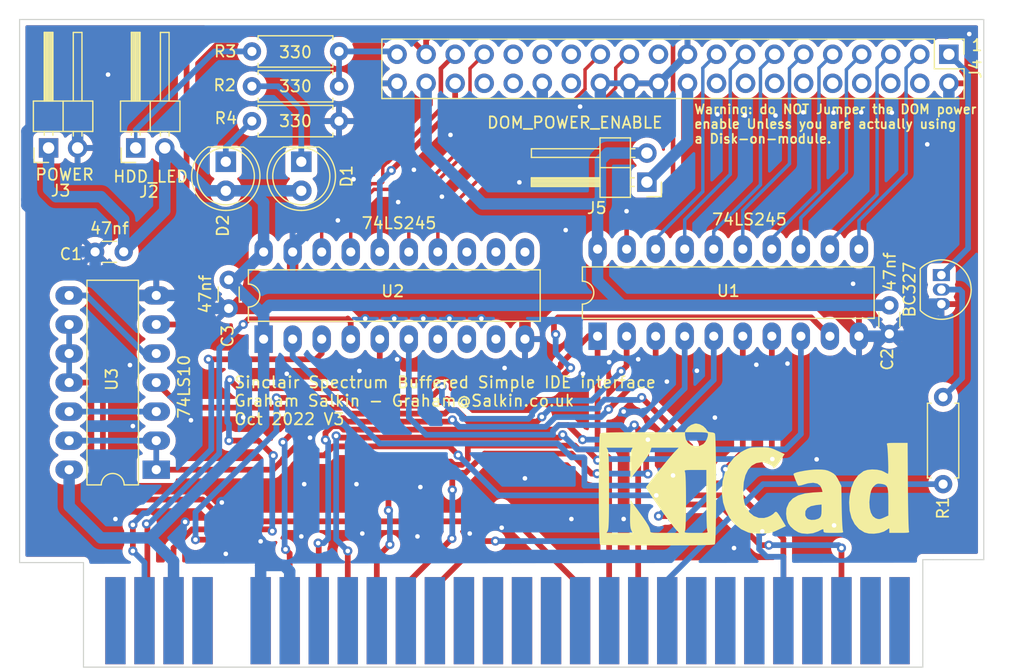
<source format=kicad_pcb>
(kicad_pcb (version 20211014) (generator pcbnew)
  (title_block (title "Spectrum buffered 8 bit IDE interface") (date "29 Setp 2022") (rev "2") (company "Graham Salkin") (comment 1 "V2 - Corrected Address inputs and Buffer CS's"))
  (layers (0 "F.Cu" signal) (31 "B.Cu" signal) (34 "B.Paste" user) (35 "F.Paste" user) (36 "B.SilkS" user "B.Silkscreen") (37 "F.SilkS" user "F.Silkscreen") (38 "B.Mask" user) (39 "F.Mask" user) (44 "Edge.Cuts" user))
  (net 0 "")
  (net 1 "+5V")
  (net 2 "GND")
  (net 3 "Net-(D1-Pad1)")
  (net 5 "Net-(J1-PadB2)")
  (net 18 "Net-(D2-Pad1)")
  (net 22 "Net-(J1-PadB20)")
  (net 28 "Net-(J1-PadU2)")
  (net 29 "Net-(J1-PadU3)")
  (net 31 "Net-(J1-PadU6)")
  (net 32 "Net-(J1-PadU7)")
  (net 33 "Net-(J1-PadU8)")
  (net 34 "Net-(J1-PadU9)")
  (net 35 "Net-(J1-PadU10)")
  (net 36 "Net-(J1-PadU11)")
  (net 37 "Net-(J1-PadU12)")
  (net 42 "Net-(J1-PadU17)")
  (net 43 "Net-(J1-PadU18)")
  (net 44 "Net-(J1-PadU19)")
  (net 49 "Net-(J1-PadU24)")
  (net 51 "Net-(J1-PadB24)")
  (net 54 "Net-(J2-Pad1)")
  (net 55 "Net-(J4-Pad1)")
  (net 56 "/IDE7")
  (net 58 "/IDE6")
  (net 60 "/IDE5")
  (net 62 "/IDE4")
  (net 64 "/IDE3")
  (net 66 "/IDE2")
  (net 68 "/IDE1")
  (net 70 "/IDE0")
  (net 72 "Net-(J4-Pad20)")
  (net 74 "Net-(J4-Pad23)")
  (net 75 "Net-(J4-Pad25)")
  (net 81 "Net-(J4-Pad33)")
  (net 83 "Net-(J4-Pad35)")
  (net 84 "Net-(J4-Pad36)")
  (net 85 "Net-(J4-Pad37)")
  (net 86 "Net-(J4-Pad39)")
  (net 87 "Net-(Q1-Pad2)")
  (net 94 "Net-(U3-Pad12)")
  (net 95 "Net-(U3-Pad5)")
  (net 97 "Net-(J1-PadU26)")
  (footprint "LED_THT:LED_D5.0mm" (layer "F.Cu") (at 110.998 112.771 -90)
    (fp_text reference "D2")
    (fp_text value "LED" hide)
  )
  (footprint "Capacitor_THT:C_Disc_D3.0mm_W1.6mm_P2.50mm" (layer "F.Cu") (at 102.068 120.65 180)
    (fp_text reference "C1")
    (fp_text value "47nf")
  )
  (footprint "Resistor_THT:R_Axial_DIN0207_L6.3mm_D2.5mm_P7.62mm_Horizontal" (layer "F.Cu") (at 113.284 106.172)
    (fp_text reference "R2")
    (fp_text value "330")
  )
  (footprint "Connector_PinHeader_2.54mm:PinHeader_1x02_P2.54mm_Horizontal" (layer "F.Cu") (at 95.499 111.563 90)
    (fp_text reference "J3")
    (fp_text value "POWER")
  )
  (footprint "Resistor_THT:R_Axial_DIN0207_L6.3mm_D2.5mm_P7.62mm_Horizontal" (layer "F.Cu") (at 113.284 103.124)
    (fp_text reference "R3")
    (fp_text value "330")
  )
  (footprint "Package_TO_SOT_THT:TO-92_Inline" (layer "F.Cu") (at 173.588 122.682 -90)
    (fp_text reference "Q1" hide)
    (fp_text value "BC327")
  )
  (footprint "Package_DIP:DIP-20_W7.62mm_LongPads" (layer "F.Cu") (at 114.305 128.285 90)
    (fp_text reference "U2")
    (fp_text value "74LS245")
  )
  (footprint "Connector_PinHeader_2.54mm:PinHeader_2x20_P2.54mm_Vertical" (layer "F.Cu") (at 174.239 103.373 -90)
    (fp_text reference "J4")
    (fp_text value "PATA_40" hide)
  )
  (footprint "Connector_PinHeader_2.54mm:PinHeader_1x02_P2.54mm_Horizontal" (layer "F.Cu") (at 103.119 111.563 90)
    (fp_text reference "J2")
    (fp_text value "HDD_LED")
  )
  (footprint "Spectrum:Speccy_edge_External" (layer "F.Cu") (at 136.906 152.908)
    (fp_text reference "J1" hide)
    (fp_text value "Spectrum 128/Grey +2 edge connector" hide)
  )
  (footprint "Connector_PinHeader_2.54mm:PinHeader_1x02_P2.54mm_Horizontal" (layer "F.Cu") (at 147.828 114.554 180)
    (fp_text reference "J5")
    (fp_text value "DOM_POWER_ENABLE")
  )
  (footprint "Capacitor_THT:C_Disc_D3.0mm_W1.6mm_P2.50mm" (layer "F.Cu") (at 111.252 123.103 -90)
    (fp_text reference "C3")
    (fp_text value "47nf")
  )
  (footprint "Package_DIP:DIP-20_W7.62mm_LongPads" (layer "F.Cu") (at 143.515 128.031 90)
    (fp_text reference "U1")
    (fp_text value "74LS245")
  )
  (footprint "Resistor_THT:R_Axial_DIN0207_L6.3mm_D2.5mm_P7.62mm_Horizontal" (layer "F.Cu") (at 113.284 109.22)
    (fp_text reference "R4")
    (fp_text value "330")
  )
  (footprint "Capacitor_THT:C_Disc_D3.0mm_W1.6mm_P2.50mm" (layer "F.Cu") (at 169.037 125.329 -90)
    (fp_text reference "C2")
    (fp_text value "47nf")
  )
  (footprint "bitmaps:kicad_bitmap" (layer "F.Cu") (at 157.6 140.575)
    (fp_text reference "G***" hide)
    (fp_text value "LOGO" hide)
  )
  (footprint "Resistor_THT:R_Axial_DIN0207_L6.3mm_D2.5mm_P7.62mm_Horizontal" (layer "F.Cu") (at 173.736 140.97 90)
    (fp_text reference "R1")
    (fp_text value "100k")
  )
  (footprint "LED_THT:LED_D5.0mm" (layer "F.Cu") (at 117.602 112.771 -90)
    (fp_text reference "D1")
    (fp_text value "LED" hide)
  )
  (footprint "Package_DIP:DIP-14_W7.62mm_LongPads" (layer "F.Cu") (at 104.917 139.705 180)
    (fp_text reference "U3")
    (fp_text value "74LS10")
  )
  (gr_line (start 92.964 100.33) (end 92.964 147.828) (layer "Edge.Cuts") (width 0.1))
  (gr_line (start 171.958 156.972) (end 171.958 147.574) (layer "Edge.Cuts") (width 0.1))
  (gr_line (start 177.292 147.574) (end 177.292 100.33) (layer "Edge.Cuts") (width 0.1))
  (gr_line (start 177.292 100.33) (end 92.964 100.33) (layer "Edge.Cuts") (width 0.1))
  (gr_line (start 171.958 147.574) (end 173.736 147.574) (layer "Edge.Cuts") (width 0.1))
  (gr_line (start 98.552 156.972) (end 171.958 156.972) (layer "Edge.Cuts") (width 0.1))
  (gr_line (start 98.552 147.828) (end 98.552 156.972) (layer "Edge.Cuts") (width 0.1))
  (gr_line (start 97.028 147.828) (end 98.552 147.828) (layer "Edge.Cuts") (width 0.1))
  (gr_line (start 173.736 147.574) (end 177.292 147.574) (layer "Edge.Cuts") (width 0.1))
  (gr_line (start 92.964 147.828) (end 97.028 147.828) (layer "Edge.Cuts") (width 0.1))
  (gr_text "Sinclair Spectrum Buffered Simple IDE interface\nGraham Salkin - Graham@Salkin.co.uk\nOct 2022 V3 " (at 111.65 133.675) (layer "F.SilkS") (effects (font (size 1 1)) (justify left)))
  (gr_text "1" (at 176.7 102.575) (layer "F.SilkS") (effects (font (size 1 1))))
  (gr_text "Warning: do NOT Jumper the DOM power \nenable Unless you are actually using \na Disk-on-module." (at 151.892 109.474) (layer "F.SilkS") (effects (font (size 0.8 0.8)) (justify left)))
  (segment (start 114.305 116.332) (end 113.284 115.311) (width 1) (layer "B.Cu") (net 1))
  (segment (start 95.499 115.184) (end 95.499 111.563) (width 1) (layer "B.Cu") (net 1))
  (segment (start 128.519 111.501) (end 133.477 116.459) (width 1) (layer "B.Cu") (net 1))
  (segment (start 144.399 112.014) (end 147.828 112.014) (width 1) (layer "B.Cu") (net 1))
  (segment (start 97.297 139.705) (end 97.297 142.89) (width 1) (layer "B.Cu") (net 1))
  (segment (start 104.394 145.669) (end 100.076 145.669) (width 1) (layer "B.Cu") (net 1))
  (segment (start 169.037 125.329) (end 145.649 125.329) (width 1) (layer "B.Cu") (net 1))
  (segment (start 111.252 123.103) (end 111.867 123.103) (width 0.5) (layer "B.Cu") (net 1))
  (segment (start 143.764 112.649) (end 144.399 112.014) (width 1) (layer "B.Cu") (net 1))
  (segment (start 114.305 135.758) (end 104.394 145.669) (width 1) (layer "B.Cu") (net 1))
  (segment (start 114.305 120.665) (end 114.305 116.332) (width 1) (layer "B.Cu") (net 1))
  (segment (start 96.139 115.824) (end 95.499 115.184) (width 1) (layer "B.Cu") (net 1))
  (segment (start 143.764 116.459) (end 143.764 112.649) (width 1) (layer "B.Cu") (net 1))
  (segment (start 143.515 123.195) (end 143.515 120.411) (width 1) (layer "B.Cu") (net 1))
  (segment (start 111.867 123.103) (end 114.305 120.665) (width 1) (layer "B.Cu") (net 1))
  (segment (start 114.305 126.156) (end 114.305 128.285) (width 1) (layer "B.Cu") (net 1))
  (segment (start 100.076 115.824) (end 96.139 115.824) (width 1) (layer "B.Cu") (net 1))
  (segment (start 105.659 117.059) (end 102.068 120.65) (width 1) (layer "B.Cu") (net 1))
  (segment (start 113.284 115.311) (end 117.602 115.311) (width 1) (layer "B.Cu") (net 1))
  (segment (start 114.305 126.156) (end 111.252 123.103) (width 1) (layer "B.Cu") (net 1))
  (segment (start 114.828 125.329) (end 114.305 125.852) (width 1) (layer "B.Cu") (net 1))
  (segment (start 113.284 115.311) (end 109.407 115.311) (width 1) (layer "B.Cu") (net 1))
  (segment (start 105.659 111.563) (end 105.659 117.059) (width 1) (layer "B.Cu") (net 1))
  (segment (start 106.426 152.908) (end 106.426 147.701) (width 1) (layer "B.Cu") (net 1))
  (segment (start 102.068 117.816) (end 100.076 115.824) (width 1) (layer "B.Cu") (net 1))
  (segment (start 114.305 135.758) (end 114.305 128.285) (width 1) (layer "B.Cu") (net 1))
  (segment (start 114.305 125.852) (end 114.305 126.156) (width 0.5) (layer "B.Cu") (net 1))
  (segment (start 106.426 147.701) (end 104.394 145.669) (width 1) (layer "B.Cu") (net 1))
  (segment (start 143.515 116.327) (end 143.515 120.411) (width 1) (layer "B.Cu") (net 1))
  (segment (start 133.477 116.459) (end 143.764 116.459) (width 1) (layer "B.Cu") (net 1))
  (segment (start 102.068 120.65) (end 102.068 117.816) (width 1) (layer "B.Cu") (net 1))
  (segment (start 145.649 125.329) (end 114.828 125.329) (width 1) (layer "B.Cu") (net 1))
  (segment (start 109.407 115.311) (end 105.659 111.563) (width 1) (layer "B.Cu") (net 1))
  (segment (start 100.076 145.669) (end 97.297 142.89) (width 1) (layer "B.Cu") (net 1))
  (segment (start 145.649 125.329) (end 143.515 123.195) (width 1) (layer "B.Cu") (net 1))
  (segment (start 128.519 105.913) (end 128.519 111.501) (width 1) (layer "B.Cu") (net 1))
  (segment (start 137.165 125.852) (end 138.938 124.079) (width 1) (layer "F.Cu") (net 2))
  (segment (start 113.665 125.603) (end 111.252 125.603) (width 1) (layer "F.Cu") (net 2))
  (segment (start 127.45 113.475) (end 127.6 113.475) (width 0.5) (layer "F.Cu") (net 2))
  (segment (start 138.938 124.079) (end 117.348 124.079) (width 1) (layer "F.Cu") (net 2))
  (segment (start 144.526 124.079) (end 144.78 124.079) (width 0.5) (layer "F.Cu") (net 2))
  (segment (start 117.348 124.079) (end 116.586 123.317) (width 1) (layer "F.Cu") (net 2))
  (segment (start 101.2 141.37) (end 101.2 125.875) (width 1) (layer "F.Cu") (net 2))
  (segment (start 102.61 124.465) (end 104.917 124.465) (width 1) (layer "F.Cu") (net 2))
  (segment (start 116.845 120.665) (end 116.845 122.423) (width 1) (layer "F.Cu") (net 2))
  (segment (start 116.586 123.317) (end 116.586 122.682) (width 0.5) (layer "F.Cu") (net 2))
  (segment (start 116.586 122.682) (end 116.845 122.423) (width 0.5) (layer "F.Cu") (net 2))
  (segment (start 110.65 142.575) (end 110.571 142.575) (width 1) (layer "F.Cu") (net 2))
  (segment (start 101.2 125.875) (end 102.61 124.465) (width 1) (layer "F.Cu") (net 2))
  (segment (start 109.366 141.37) (end 101.2 141.37) (width 1) (layer "F.Cu") (net 2))
  (segment (start 110.571 142.575) (end 109.366 141.37) (width 1) (layer "F.Cu") (net 2))
  (segment (start 166.375 128.031) (end 166.375 127.894) (width 0.5) (layer "F.Cu") (net 2))
  (segment (start 138.938 124.079) (end 144.526 124.079) (width 1) (layer "F.Cu") (net 2))
  (segment (start 137.165 128.285) (end 137.165 125.852) (width 1) (layer "F.Cu") (net 2))
  (segment (start 162.56 124.079) (end 144.526 124.079) (width 1) (layer "F.Cu") (net 2))
  (segment (start 127.6 113.475) (end 130.65 110.425) (width 1) (layer "F.Cu") (net 2))
  (segment (start 166.375 127.894) (end 162.56 124.079) (width 1) (layer "F.Cu") (net 2))
  (segment (start 116.845 122.423) (end 113.665 125.603) (width 1) (layer "F.Cu") (net 2))
  (via (at 164.15 108.475) (size 0.8) (drill 0.4) (layers "F.Cu" "B.Cu") (net 2))
  (via (at 114.046 145.971) (size 0.8) (drill 0.4) (layers "F.Cu" "B.Cu") (net 2))
  (via (at 144.526 130.302) (size 0.8) (drill 0.4) (layers "F.Cu" "B.Cu") (net 2))
  (via (at 116.332 131.318) (size 0.8) (drill 0.4) (layers "F.Cu" "B.Cu") (net 2))
  (via (at 128.016 141.224) (size 0.8) (drill 0.4) (layers "F.Cu" "B.Cu") (net 2))
  (via (at 122.428 140.97) (size 0.8) (drill 0.4) (layers "F.Cu" "B.Cu") (net 2))
  (via (at 135.382 130.81) (size 0.8) (drill 0.4) (layers "F.Cu" "B.Cu") (net 2))
  (via (at 145.796 144.018) (size 0.8) (drill 0.4) (layers "F.Cu" "B.Cu") (net 2))
  (via (at 100.7 105.15) (size 0.8) (drill 0.4) (layers "F.Cu" "B.Cu") (net 2))
  (via (at 165.862 123.444) (size 0.8) (drill 0.4) (layers "F.Cu" "B.Cu") (net 2))
  (via (at 146.05 117.094) (size 0.8) (drill 0.4) (layers "F.Cu" "B.Cu") (net 2))
  (via (at 123.19 126.492) (size 0.8) (drill 0.4) (layers "F.Cu" "B.Cu") (net 2))
  (via (at 110.998 147.066) (size 0.8) (drill 0.4) (layers "F.Cu" "B.Cu") (net 2))
  (via (at 154 108.625) (size 0.8) (drill 0.4) (layers "F.Cu" "B.Cu") (net 2))
  (via (at 176.022 101.6) (size 0.8) (drill 0.4) (layers "F.Cu" "B.Cu") (net 2))
  (via (at 126.075 116.3) (size 0.8) (drill 0.4) (layers "F.Cu" "B.Cu") (net 2))
  (via (at 141.986 107.95) (size 0.8) (drill 0.4) (layers "F.Cu" "B.Cu") (net 2))
  (via (at 101.346 144.018) (size 0.8) (drill 0.4) (layers "F.Cu" "B.Cu") (net 2))
  (via (at 161.5 108.45) (size 0.8) (drill 0.4) (layers "F.Cu" "B.Cu") (net 2))
  (via (at 127.45 113.475) (size 0.8) (drill 0.4) (layers "F.Cu" "B.Cu") (net 2))
  (via (at 157.4 130.525) (size 0.8) (drill 0.4) (layers "F.Cu" "B.Cu") (net 2))
  (via (at 110.65 142.575) (size 0.8) (drill 0.4) (layers "F.Cu" "B.Cu") (net 2))
  (via (at 156.4 108.725) (size 0.8) (drill 0.4) (layers "F.Cu" "B.Cu") (net 2))
  (via (at 164.2 144.575) (size 0.8) (drill 0.4) (layers "F.Cu" "B.Cu") (net 2))
  (via (at 125.984 130.048) (size 0.8) (drill 0.4) (layers "F.Cu" "B.Cu") (net 2))
  (via (at 133.35 126.492) (size 0.8) (drill 0.4) (layers "F.Cu" "B.Cu") (net 2))
  (via (at 159.075 108.725) (size 0.8) (drill 0.4) (layers "F.Cu" "B.Cu") (net 2))
  (via (at 145.796 134.62) (size 0.8) (drill 0.4) (layers "F.Cu" "B.Cu") (net 2))
  (via (at 122.174 114.3) (size 0.8) (drill 0.4) (layers "F.Cu" "B.Cu") (net 2))
  (via (at 130.556 126.492) (size 0.8) (drill 0.4) (layers "F.Cu" "B.Cu") (net 2))
  (via (at 132.334 145.288) (size 0.8) (drill 0.4) (layers "F.Cu" "B.Cu") (net 2))
  (via (at 117.602 145.542) (size 0.8) (drill 0.4) (layers "F.Cu" "B.Cu") (net 2))
  (via (at 140.725 118.75) (size 0.8) (drill 0.4) (layers "F.Cu" "B.Cu") (net 2))
  (via (at 142.24 131.318) (size 0.8) (drill 0.4) (layers "F.Cu" "B.Cu") (net 2))
  (via (at 102.616 130.556) (size 0.8) (drill 0.4) (layers "F.Cu" "B.Cu") (net 2))
  (via (at 147.066 130.048) (size 0.8) (drill 0.4) (layers "F.Cu" "B.Cu") (net 2))
  (via (at 125.73 126.492) (size 0.8) (drill 0.4) (layers "F.Cu" "B.Cu") (net 2))
  (via (at 155.448 146.558) (size 0.8) (drill 0.4) (layers "F.Cu" "B.Cu") (net 2))
  (via (at 112.522 135.128) (size 0.8) (drill 0.4) (layers "F.Cu" "B.Cu") (net 2))
  (via (at 102.87 135.89) (size 0.8) (drill 0.4) (layers "F.Cu" "B.Cu") (net 2))
  (via (at 152.2 131.05) (size 0.8) (drill 0.4) (layers "F.Cu" "B.Cu") (net 2))
  (via (at 162.675 138.8) (size 0.8) (drill 0.4) (layers "F.Cu" "B.Cu") (net 2))
  (via (at 122.936 145.288) (size 0.8) (drill 0.4) (layers "F.Cu" "B.Cu") (net 2))
  (via (at 118.364 136.906) (size 0.8) (drill 0.4) (layers "F.Cu" "B.Cu") (net 2))
  (via (at 172.35 111.25) (size 0.8) (drill 0.4) (layers "F.Cu" "B.Cu") (net 2))
  (via (at 150.114 140.208) (size 0.8) (drill 0.4) (layers "F.Cu" "B.Cu") (net 2))
  (via (at 129.9 115.825) (size 0.8) (drill 0.4) (layers "F.Cu" "B.Cu") (net 2))
  (via (at 117.856 140.97) (size 0.8) (drill 0.4) (layers "F.Cu" "B.Cu") (net 2))
  (via (at 128.27 126.492) (size 0.8) (drill 0.4) (layers "F.Cu" "B.Cu") (net 2))
  (via (at 169.25 108.475) (size 0.8) (drill 0.4) (layers "F.Cu" "B.Cu") (net 2))
  (via (at 107.95 135.382) (size 0.8) (drill 0.4) (layers "F.Cu" "B.Cu") (net 2))
  (via (at 166.575 108.45) (size 0.8) (drill 0.4) (layers "F.Cu" "B.Cu") (net 2))
  (via (at 160.125 130.425) (size 0.8) (drill 0.4) (layers "F.Cu" "B.Cu") (net 2))
  (via (at 127.762 145.542) (size 0.8) (drill 0.4) (layers "F.Cu" "B.Cu") (net 2))
  (via (at 137.16 140.462) (size 0.8) (drill 0.4) (layers "F.Cu" "B.Cu") (net 2))
  (via (at 130.65 110.425) (size 0.8) (drill 0.4) (layers "F.Cu" "B.Cu") (net 2))
  (via (at 153.775 135.15) (size 0.8) (drill 0.4) (layers "F.Cu" "B.Cu") (net 2))
  (via (at 135.128 144.78) (size 0.8) (drill 0.4) (layers "F.Cu" "B.Cu") (net 2))
  (via (at 107.442 144.272) (size 0.8) (drill 0.4) (layers "F.Cu" "B.Cu") (net 2))
  (via (at 136.675 114.575) (size 0.8) (drill 0.4) (layers "F.Cu" "B.Cu") (net 2))
  (via (at 122.682 131.064) (size 0.8) (drill 0.4) (layers "F.Cu" "B.Cu") (net 2))
  (via (at 141.224 144.018) (size 0.8) (drill 0.4) (layers "F.Cu" "B.Cu") (net 2))
  (via (at 120.8 117.9) (size 0.8) (drill 0.4) (layers "F.Cu" "B.Cu") (net 2))
  (via (at 149.575 132) (size 0.8) (drill 0.4) (layers "F.Cu" "B.Cu") (net 2))
  (segment (start 114.046 152.908) (end 114.046 148.082) (width 1) (layer "B.Cu") (net 2))
  (segment (start 125.979 108.463) (end 125.979 105.913) (width 1) (layer "B.Cu") (net 2))
  (segment (start 134.7 110.425) (end 136.15 108.975) (width 1) (layer "B.Cu") (net 2))
  (segment (start 98.044 109.601) (end 98.039 109.606) (width 1) (layer "B.Cu") (net 2))
  (segment (start 145.95 108.975) (end 147.925 108.975) (width 1) (layer "B.Cu") (net 2))
  (segment (start 171.43 125.222) (end 173.588 125.222) (width 1) (layer "B.Cu") (net 2))
  (segment (start 116.845 120.137) (end 125.9205 111.0615) (width 1) (layer "B.Cu") (net 2))
  (segment (start 125.9205 108.5215) (end 126.25 108.851) (width 1) (layer "B.Cu") (net 2))
  (segment (start 100.843 124.465) (end 99.568 123.19) (width 1) (layer "B.Cu") (net 2))
  (segment (start 93.599 116.586) (end 93.599 116.078) (width 1) (layer "B.Cu") (net 2))
  (segment (start 98.039 109.606) (end 98.039 111.563) (width 1) (layer "B.Cu") (net 2))
  (segment (start 116.586 152.908) (end 116.586 148.59) (width 1) (layer "B.Cu") (net 2))
  (segment (start 143.95 108.975) (end 145.95 108.975) (width 1) (layer "B.Cu") (net 2))
  (segment (start 97.282 108.839) (end 98.044 109.601) (width 1) (layer "B.Cu") (net 2))
  (segment (start 114.046 148.082) (end 114.046 145.971) (width 1) (layer "B.Cu") (net 2))
  (segment (start 93.599 110.109) (end 94.869 108.839) (width 1) (layer "B.Cu") (net 2))
  (segment (start 151.379 103.373) (end 148.839 105.913) (width 0.7) (layer "B.Cu") (net 2))
  (segment (start 94.869 108.839) (end 97.282 108.839) (width 1) (layer "B.Cu") (net 2))
  (segment (start 97.663 120.65) (end 93.599 116.586) (width 1) (layer "B.Cu") (net 2))
  (segment (start 126.25 111.55) (end 126.25 112.275) (width 1) (layer "B.Cu") (net 2))
  (segment (start 116.078 148.082) (end 114.046 148.082) (width 1) (layer "B.Cu") (net 2))
  (segment (start 93.599 116.078) (end 93.599 110.109) (width 1) (layer "B.Cu") (net 2))
  (segment (start 138.679 105.913) (end 138.679 108.696) (width 1) (layer "B.Cu") (net 2))
  (segment (start 114.046 145.971) (end 113.8 145.725) (width 1) (layer "B.Cu") (net 2))
  (segment (start 136.15 108.975) (end 138.4 108.975) (width 1) (layer "B.Cu") (net 2))
  (segment (start 111.252 125.603) (end 108.077 125.603) (width 1) (layer "B.Cu") (net 2))
  (segment (start 174.239 105.913) (end 174.239 115.448) (width 1) (layer "B.Cu") (net 2))
  (segment (start 143.759 105.913) (end 143.759 108.784) (width 1) (layer "B.Cu") (net 2))
  (segment (start 143.759 108.784) (end 143.95 108.975) (width 0.5) (layer "B.Cu") (net 2))
  (segment (start 125.9205 108.5215) (end 125.979 108.463) (width 0.5) (layer "B.Cu") (net 2))
  (segment (start 146.299 108.626) (end 145.95 108.975) (width 1) (layer "B.Cu") (net 2))
  (segment (start 99.568 120.65) (end 97.663 120.65) (width 1) (layer "B.Cu") (net 2))
  (segment (start 169.037 120.65) (end 169.037 122.829) (width 1) (layer "B.Cu") (net 2))
  (segment (start 125.9205 111.0615) (end 125.9205 108.5215) (width 1) (layer "B.Cu") (net 2))
  (segment (start 166.375 128.031) (end 170.779 128.031) (width 1) (layer "B.Cu") (net 2))
  (segment (start 113.8 145.725) (end 110.65 142.575) (width 1) (layer "B.Cu") (net 2))
  (segment (start 170.779 128.031) (end 173.588 125.222) (width 1) (layer "B.Cu") (net 2))
  (segment (start 106.939 124.465) (end 104.917 124.465) (width 1) (layer "B.Cu") (net 2))
  (segment (start 104.917 124.465) (end 100.843 124.465) (width 1) (layer "B.Cu") (net 2))
  (segment (start 174.239 115.448) (end 169.037 120.65) (width 1) (layer "B.Cu") (net 2))
  (segment (start 138.679 108.696) (end 138.4 108.975) (width 0.5) (layer "B.Cu") (net 2))
  (segment (start 116.586 148.59) (end 116.078 148.082) (width 1) (layer "B.Cu") (net 2))
  (segment (start 169.037 122.829) (end 171.43 125.222) (width 1) (layer "B.Cu") (net 2))
  (segment (start 130.65 110.425) (end 134.7 110.425) (width 1) (layer "B.Cu") (net 2))
  (segment (start 148.839 108.061) (end 148.839 105.913) (width 1) (layer "B.Cu") (net 2))
  (segment (start 99.568 123.19) (end 99.568 120.65) (width 1) (layer "B.Cu") (net 2))
  (segment (start 116.845 120.665) (end 116.845 120.137) (width 1) (layer "B.Cu") (net 2))
  (segment (start 126.25 108.851) (end 126.25 111.55) (width 1) (layer "B.Cu") (net 2))
  (segment (start 126.25 112.275) (end 127.45 113.475) (width 1) (layer "B.Cu") (net 2))
  (segment (start 147.925 108.975) (end 148.839 108.061) (width 1) (layer "B.Cu") (net 2))
  (segment (start 146.299 105.913) (end 146.299 108.626) (width 1) (layer "B.Cu") (net 2))
  (segment (start 93.599 116.586) (end 93.599 110.109) (width 0.5) (layer "B.Cu") (net 2))
  (segment (start 108.077 125.603) (end 106.939 124.465) (width 1) (layer "B.Cu") (net 2))
  (segment (start 138.4 108.975) (end 143.95 108.975) (width 1) (layer "B.Cu") (net 2))
  (segment (start 117.602 108.204) (end 115.57 106.172) (width 0.5) (layer "B.Cu") (net 3))
  (segment (start 115.57 106.172) (end 113.284 106.172) (width 0.5) (layer "B.Cu") (net 3))
  (segment (start 117.602 112.771) (end 117.602 108.204) (width 0.5) (layer "B.Cu") (net 3))
  (segment (start 109.474 130.048) (end 118.872 130.048) (width 0.5) (layer "F.Cu") (net 5))
  (segment (start 119.385 129.535) (end 119.385 128.285) (width 0.5) (layer "F.Cu") (net 5))
  (segment (start 118.872 130.048) (end 119.385 129.535) (width 0.5) (layer "F.Cu") (net 5))
  (segment (start 102.87 146.812) (end 102.87 144.526) (width 0.5) (layer "F.Cu") (net 5))
  (via (at 102.87 144.526) (size 0.8) (drill 0.4) (layers "F.Cu" "B.Cu") (net 5))
  (via (at 102.87 146.812) (size 0.8) (drill 0.4) (layers "F.Cu" "B.Cu") (net 5))
  (via (at 109.474 130.048) (size 0.8) (drill 0.4) (layers "F.Cu" "B.Cu") (net 5))
  (segment (start 103.796681 143.51) (end 104.14 143.51) (width 0.5) (layer "B.Cu") (net 5))
  (segment (start 109.72596 130.29996) (end 109.474 130.048) (width 0.5) (layer "B.Cu") (net 5))
  (segment (start 103.886 147.828) (end 102.87 146.812) (width 0.5) (layer "B.Cu") (net 5))
  (segment (start 103.886 152.908) (end 103.886 147.828) (width 0.5) (layer "B.Cu") (net 5))
  (segment (start 102.87 144.526) (end 102.87 144.436681) (width 0.5) (layer "B.Cu") (net 5))
  (segment (start 102.87 144.436681) (end 103.796681 143.51) (width 0.5) (layer "B.Cu") (net 5))
  (segment (start 109.72596 137.92404) (end 109.72596 130.29996) (width 0.5) (layer "B.Cu") (net 5))
  (segment (start 104.14 143.51) (end 109.72596 137.92404) (width 0.5) (layer "B.Cu") (net 5))
  (segment (start 110.998 111.506) (end 110.998 112.771) (width 0.5) (layer "B.Cu") (net 18))
  (segment (start 113.284 109.22) (end 110.998 111.506) (width 0.5) (layer "B.Cu") (net 18))
  (segment (start 149.606 152.908) (end 149.606 149.352) (width 0.5) (layer "B.Cu") (net 22))
  (segment (start 157.988 140.97) (end 173.736 140.97) (width 0.5) (layer "B.Cu") (net 22))
  (segment (start 149.606 149.352) (end 157.988 140.97) (width 0.5) (layer "B.Cu") (net 22))
  (segment (start 112.96948 126.55252) (end 121.60548 126.55252) (width 0.5) (layer "F.Cu") (net 28))
  (segment (start 121.666 126.492) (end 121.925 126.751) (width 0.5) (layer "F.Cu") (net 28))
  (segment (start 104.14 152.654) (end 103.886 152.908) (width 0.5) (layer "F.Cu") (net 28))
  (segment (start 104.14 144.526) (end 104.14 152.654) (width 0.5) (layer "F.Cu") (net 28))
  (segment (start 121.925 126.751) (end 121.925 128.285) (width 0.5) (layer "F.Cu") (net 28))
  (segment (start 104.061036 144.447036) (end 104.14 144.526) (width 0.5) (layer "F.Cu") (net 28))
  (segment (start 112.522 127) (end 112.96948 126.55252) (width 0.5) (layer "F.Cu") (net 28))
  (segment (start 121.60548 126.55252) (end 121.666 126.492) (width 0.5) (layer "F.Cu") (net 28))
  (via (at 104.061036 144.447036) (size 0.8) (drill 0.4) (layers "F.Cu" "B.Cu") (net 28))
  (via (at 112.522 127) (size 0.8) (drill 0.4) (layers "F.Cu" "B.Cu") (net 28))
  (segment (start 104.061036 144.447036) (end 104.27314 144.447036) (width 0.5) (layer "B.Cu") (net 28))
  (segment (start 110.42548 129.09652) (end 112.522 127) (width 0.5) (layer "B.Cu") (net 28))
  (segment (start 110.42548 138.294696) (end 110.42548 129.09652) (width 0.5) (layer "B.Cu") (net 28))
  (segment (start 104.27314 144.447036) (end 110.42548 138.294696) (width 0.5) (layer "B.Cu") (net 28))
  (segment (start 130.749511 132.588) (end 130.749511 132.09812) (width 0.5) (layer "F.Cu") (net 29))
  (segment (start 106.426 147.826) (end 106.426 146.547609) (width 0.5) (layer "F.Cu") (net 29))
  (segment (start 127.95833 133.4024) (end 122.460371 133.4024) (width 0.5) (layer "F.Cu") (net 29))
  (segment (start 130.749511 132.09812) (end 130.25188 131.600489) (width 0.5) (layer "F.Cu") (net 29))
  (segment (start 115.064598 132.588) (end 112.088 132.588) (width 0.5) (layer "F.Cu") (net 29))
  (segment (start 112.088 132.588) (end 111.35 131.85) (width 0.5) (layer "F.Cu") (net 29))
  (segment (start 122.460371 133.4024) (end 121.637449 132.579478) (width 0.5) (layer "F.Cu") (net 29))
  (segment (start 108.05005 144.923559) (end 114.91202 144.923559) (width 0.5) (layer "F.Cu") (net 29))
  (segment (start 162.185 126.381) (end 140.065 126.381) (width 0.5) (layer "F.Cu") (net 29))
  (segment (start 130.25188 131.600489) (end 129.54812 131.600489) (width 0.5) (layer "F.Cu") (net 29))
  (segment (start 106.426 146.547609) (end 108.05005 144.923559) (width 0.5) (layer "F.Cu") (net 29))
  (segment (start 114.91202 144.923559) (end 115.062 145.073539) (width 0.5) (layer "F.Cu") (net 29))
  (segment (start 139.7 126.746) (end 139.7 127.725) (width 0.5) (layer "F.Cu") (net 29))
  (segment (start 141.15 130.8) (end 139.362 132.588) (width 0.5) (layer "F.Cu") (net 29))
  (segment (start 121.637449 132.579478) (end 115.07312 132.579478) (width 0.5) (layer "F.Cu") (net 29))
  (segment (start 106.426 147.826) (end 106.426 152.908) (width 0.5) (layer "F.Cu") (net 29))
  (segment (start 129.050489 132.310241) (end 127.95833 133.4024) (width 0.5) (layer "F.Cu") (net 29))
  (segment (start 129.54812 131.600489) (end 129.050489 132.09812) (width 0.5) (layer "F.Cu") (net 29))
  (segment (start 140.065 126.381) (end 139.7 126.746) (width 0.5) (layer "F.Cu") (net 29))
  (segment (start 115.07312 132.579478) (end 115.064598 132.588) (width 0.5) (layer "F.Cu") (net 29))
  (segment (start 111.27498 137.16) (end 113.835 137.16) (width 0.5) (layer "F.Cu") (net 29))
  (segment (start 129.050489 132.09812) (end 129.050489 132.310241) (width 0.5) (layer "F.Cu") (net 29))
  (segment (start 139.7 127.725) (end 139.85 127.875) (width 0.5) (layer "F.Cu") (net 29))
  (segment (start 113.835 137.16) (end 115.15 138.475) (width 0.5) (layer "F.Cu") (net 29))
  (segment (start 163.835 128.031) (end 162.185 126.381) (width 0.5) (layer "F.Cu") (net 29))
  (segment (start 139.362 132.588) (end 130.749511 132.588) (width 0.5) (layer "F.Cu") (net 29))
  (via (at 115.15 138.475) (size 0.8) (drill 0.4) (layers "F.Cu" "B.Cu") (net 29))
  (via (at 115.062 145.073539) (size 0.8) (drill 0.4) (layers "F.Cu" "B.Cu") (net 29))
  (via (at 111.35 131.85) (size 0.8) (drill 0.4) (layers "F.Cu" "B.Cu") (net 29))
  (via (at 111.27498 137.16) (size 0.8) (drill 0.4) (layers "F.Cu" "B.Cu") (net 29))
  (via (at 141.15 130.8) (size 0.8) (drill 0.4) (layers "F.Cu" "B.Cu") (net 29))
  (via (at 139.85 127.875) (size 0.8) (drill 0.4) (layers "F.Cu" "B.Cu") (net 29))
  (segment (start 111.27498 137.16) (end 111.27498 135.69998) (width 0.5) (layer "B.Cu") (net 29))
  (segment (start 115.062 145.073539) (end 115.062 138.563) (width 0.5) (layer "B.Cu") (net 29))
  (segment (start 139.85 129.5) (end 141.15 130.8) (width 0.5) (layer "B.Cu") (net 29))
  (segment (start 115.062 138.563) (end 115.15 138.475) (width 0.5) (layer "B.Cu") (net 29))
  (segment (start 111.125 132.075) (end 111.35 131.85) (width 0.5) (layer "B.Cu") (net 29))
  (segment (start 111.27498 135.69998) (end 111.125 135.55) (width 0.5) (layer "B.Cu") (net 29))
  (segment (start 139.85 127.875) (end 139.85 129.5) (width 0.5) (layer "B.Cu") (net 29))
  (segment (start 111.125 135.55) (end 111.125 132.075) (width 0.5) (layer "B.Cu") (net 29))
  (segment (start 121.49769 133.428989) (end 115.425 133.428989) (width 0.5) (layer "F.Cu") (net 31))
  (segment (start 129.9 132.45) (end 128.24808 134.10192) (width 0.5) (layer "F.Cu") (net 31))
  (segment (start 112.075 145.825) (end 108.35 145.825) (width 0.5) (layer "F.Cu") (net 31))
  (segment (start 146.055 128.031) (end 146.055 130.62) (width 0.5) (layer "F.Cu") (net 31))
  (segment (start 112.075 145.825) (end 114.046 147.796) (width 0.5) (layer "F.Cu") (net 31))
  (segment (start 114.046 152.908) (end 114.046 147.796) (width 0.5) (layer "F.Cu") (net 31))
  (segment (start 122.170621 134.10192) (end 121.49769 133.428989) (width 0.5) (layer "F.Cu") (net 31))
  (segment (start 128.24808 134.10192) (end 122.170621 134.10192) (width 0.5) (layer "F.Cu") (net 31))
  (segment (start 146.055 130.62) (end 145.575 131.1) (width 0.5) (layer "F.Cu") (net 31))
  (via (at 129.9 132.45) (size 0.8) (drill 0.4) (layers "F.Cu" "B.Cu") (net 31))
  (via (at 145.575 131.1) (size 0.8) (drill 0.4) (layers "F.Cu" "B.Cu") (net 31))
  (via (at 115.425 133.428989) (size 0.8) (drill 0.4) (layers "F.Cu" "B.Cu") (net 31))
  (via (at 108.35 145.825) (size 0.8) (drill 0.4) (layers "F.Cu" "B.Cu") (net 31))
  (segment (start 131.70125 135.25296) (end 131.659511 135.211221) (width 0.5) (layer "B.Cu") (net 31))
  (segment (start 131.659511 134.9991) (end 131.16188 134.501469) (width 0.5) (layer "B.Cu") (net 31))
  (segment (start 131.16188 134.501469) (end 130.691469 134.501469) (width 0.5) (layer "B.Cu") (net 31))
  (segment (start 137.789471 134.943223) (end 137.479734 135.25296) (width 0.5) (layer "B.Cu") (net 31))
  (segment (start 130.691469 134.501469) (end 129.9 133.71) (width 0.5) (layer "B.Cu") (net 31))
  (segment (start 137.789471 134.731102) (end 137.789471 134.943223) (width 0.5) (layer "B.Cu") (net 31))
  (segment (start 115.425 133.428989) (end 115.425 136.3495) (width 0.5) (layer "B.Cu") (net 31))
  (segment (start 108.35 143.4245) (end 108.35 145.825) (width 0.5) (layer "B.Cu") (net 31))
  (segment (start 137.479734 135.25296) (end 131.70125 135.25296) (width 0.5) (layer "B.Cu") (net 31))
  (segment (start 129.9 133.71) (end 129.9 132.45) (width 0.5) (layer "B.Cu") (net 31))
  (segment (start 115.425 136.3495) (end 108.35 143.4245) (width 0.5) (layer "B.Cu") (net 31))
  (segment (start 131.659511 135.211221) (end 131.659511 134.9991) (width 0.5) (layer "B.Cu") (net 31))
  (segment (start 138.854093 133.66648) (end 137.789471 134.731102) (width 0.5) (layer "B.Cu") (net 31))
  (segment (start 143.00852 133.66648) (end 138.854093 133.66648) (width 0.5) (layer "B.Cu") (net 31))
  (segment (start 145.575 131.1) (end 143.00852 133.66648) (width 0.5) (layer "B.Cu") (net 31))
  (segment (start 118.879902 136.056489) (end 117.239011 136.056489) (width 0.5) (layer "F.Cu") (net 32))
  (segment (start 121.29163 135.201469) (end 120.00837 135.201469) (width 0.5) (layer "F.Cu") (net 32))
  (segment (start 130.81 135.35098) (end 130.66002 135.50096) (width 0.5) (layer "F.Cu") (net 32))
  (segment (start 119.016626 136.193213) (end 118.879902 136.056489) (width 0.5) (layer "F.Cu") (net 32))
  (segment (start 116.225 146.675) (end 116.586 147.036) (width 0.5) (layer "F.Cu") (net 32))
  (segment (start 117.239011 136.056489) (end 115.9955 137.3) (width 0.5) (layer "F.Cu") (net 32))
  (segment (start 120.00837 135.201469) (end 119.016626 136.193213) (width 0.5) (layer "F.Cu") (net 32))
  (segment (start 130.66002 135.50096) (end 121.591121 135.50096) (width 0.5) (layer "F.Cu") (net 32))
  (segment (start 148.595 128.031) (end 148.595 130.305) (width 0.5) (layer "F.Cu") (net 32))
  (segment (start 116.586 147.036) (end 116.586 152.908) (width 0.5) (layer "F.Cu") (net 32))
  (segment (start 148.595 130.305) (end 144.475 134.425) (width 0.5) (layer "F.Cu") (net 32))
  (segment (start 121.591121 135.50096) (end 121.29163 135.201469) (width 0.5) (layer "F.Cu") (net 32))
  (via (at 115.9955 137.3) (size 0.8) (drill 0.4) (layers "F.Cu" "B.Cu") (net 32))
  (via (at 144.475 134.425) (size 0.8) (drill 0.4) (layers "F.Cu" "B.Cu") (net 32))
  (via (at 130.81 135.35098) (size 0.8) (drill 0.4) (layers "F.Cu" "B.Cu") (net 32))
  (via (at 116.225 146.675) (size 0.8) (drill 0.4) (layers "F.Cu" "B.Cu") (net 32))
  (segment (start 131.4115 135.95248) (end 138.970859 135.95248) (width 0.5) (layer "B.Cu") (net 32))
  (segment (start 130.81 135.35098) (end 131.4115 135.95248) (width 0.5) (layer "B.Cu") (net 32))
  (segment (start 143.797031 135.102969) (end 144.475 134.425) (width 0.5) (layer "B.Cu") (net 32))
  (segment (start 116.145 137.4495) (end 116.145 146.595) (width 0.5) (layer "B.Cu") (net 32))
  (segment (start 115.9955 137.3) (end 116.145 137.4495) (width 0.5) (layer "B.Cu") (net 32))
  (segment (start 116.145 146.595) (end 116.225 146.675) (width 0.5) (layer "B.Cu") (net 32))
  (segment (start 138.970859 135.95248) (end 139.820369 135.10297) (width 0.5) (layer "B.Cu") (net 32))
  (segment (start 139.820369 135.10297) (end 143.797031 135.102969) (width 0.5) (layer "B.Cu") (net 32))
  (segment (start 121.301371 136.20048) (end 139.712129 136.20048) (width 0.5) (layer "F.Cu") (net 33))
  (segment (start 121.00188 135.900989) (end 121.301371 136.20048) (width 0.5) (layer "F.Cu") (net 33))
  (segment (start 119.126 152.908) (end 119.126 146.176) (width 0.5) (layer "F.Cu") (net 33))
  (segment (start 139.712129 136.20048) (end 140.11012 135.802489) (width 0.5) (layer "F.Cu") (net 33))
  (segment (start 140.11012 135.802489) (end 140.927489 135.802489) (width 0.5) (layer "F.Cu") (net 33))
  (segment (start 119.716145 137.106758) (end 119.716145 136.482964) (width 0.5) (layer "F.Cu") (net 33))
  (segment (start 119.716145 136.482964) (end 120.29812 135.900989) (width 0.5) (layer "F.Cu") (net 33))
  (segment (start 140.927489 135.802489) (end 142.2 137.075) (width 0.5) (layer "F.Cu") (net 33))
  (segment (start 120.29812 135.900989) (end 121.00188 135.900989) (width 0.5) (layer "F.Cu") (net 33))
  (segment (start 119.126 146.176) (end 119.075 146.125) (width 0.5) (layer "F.Cu") (net 33))
  (via (at 119.075 146.125) (size 0.8) (drill 0.4) (layers "F.Cu" "B.Cu") (net 33))
  (via (at 119.716145 137.106758) (size 0.8) (drill 0.4) (layers "F.Cu" "B.Cu") (net 33))
  (via (at 142.2 137.075) (size 0.8) (drill 0.4) (layers "F.Cu" "B.Cu") (net 33))
  (segment (start 119.559 146.125) (end 119.075 146.125) (width 0.5) (layer "B.Cu") (net 33))
  (segment (start 146.652082 137.075) (end 151.135 132.592082) (width 0.5) (layer "B.Cu") (net 33))
  (segment (start 119.95048 137.252371) (end 119.95048 145.73352) (width 0.5) (layer "B.Cu") (net 33))
  (segment (start 151.135 132.592082) (end 151.135 128.031) (width 0.5) (layer "B.Cu") (net 33))
  (segment (start 119.716145 137.106758) (end 119.804867 137.106758) (width 0.5) (layer "B.Cu") (net 33))
  (segment (start 119.95048 145.73352) (end 119.559 146.125) (width 0.5) (layer "B.Cu") (net 33))
  (segment (start 119.804867 137.106758) (end 119.95048 137.252371) (width 0.5) (layer "B.Cu") (net 33))
  (segment (start 142.2 137.075) (end 146.652082 137.075) (width 0.5) (layer "B.Cu") (net 33))
  (segment (start 140.214 136.9) (end 120.904 136.9) (width 0.5) (layer "F.Cu") (net 34))
  (segment (start 140.462 136.652) (end 140.214 136.9) (width 0.5) (layer "F.Cu") (net 34))
  (segment (start 120.7995 136.9) (end 120.65 136.7505) (width 0.5) (layer "F.Cu") (net 34))
  (segment (start 120.904 136.9) (end 120.7995 136.9) (width 0.5) (layer "F.Cu") (net 34))
  (segment (start 121.666 146.812) (end 121.666 152.908) (width 0.5) (layer "F.Cu") (net 34))
  (via (at 121.666 146.812) (size 0.8) (drill 0.4) (layers "F.Cu" "B.Cu") (net 34))
  (via (at 120.65 136.7505) (size 0.8) (drill 0.4) (layers "F.Cu" "B.Cu") (net 34))
  (via (at 140.462 136.652) (size 0.8) (drill 0.4) (layers "F.Cu" "B.Cu") (net 34))
  (segment (start 159.95 137.925) (end 141.735 137.925) (width 0.5) (layer "B.Cu") (net 34))
  (segment (start 161.295 136.58) (end 159.95 137.925) (width 0.5) (layer "B.Cu") (net 34))
  (segment (start 120.65 138.806624) (end 120.65 145.796) (width 0.5) (layer "B.Cu") (net 34))
  (segment (start 120.65 145.796) (end 121.666 146.812) (width 0.5) (layer "B.Cu") (net 34))
  (segment (start 161.295 128.031) (end 161.295 136.58) (width 0.5) (layer "B.Cu") (net 34))
  (segment (start 120.65 136.7505) (end 120.65 138.806624) (width 0.5) (layer "B.Cu") (net 34))
  (segment (start 141.735 137.925) (end 140.462 136.652) (width 0.5) (layer "B.Cu") (net 34))
  (segment (start 141.523129 137.59952) (end 141.84812 137.924511) (width 0.5) (layer "F.Cu") (net 35))
  (segment (start 142.574511 137.924511) (end 143.525 138.875) (width 0.5) (layer "F.Cu") (net 35))
  (segment (start 125.225 138.99904) (end 130.685649 138.99904) (width 0.5) (layer "F.Cu") (net 35))
  (segment (start 130.685649 138.99904) (end 130.96612 139.279511) (width 0.5) (layer "F.Cu") (net 35))
  (segment (start 158.8 138.775) (end 158.755 138.73) (width 0.3) (layer "F.Cu") (net 35))
  (segment (start 125.225 143.275) (end 125.225 138.99904) (width 0.5) (layer "F.Cu") (net 35))
  (segment (start 141.84812 137.924511) (end 142.574511 137.924511) (width 0.5) (layer "F.Cu") (net 35))
  (segment (start 158.755 138.73) (end 158.755 128.031) (width 0.5) (layer "F.Cu") (net 35))
  (segment (start 124.206 152.908) (end 124.206 147.394) (width 0.5) (layer "F.Cu") (net 35))
  (segment (start 132.167511 137.59952) (end 141.523129 137.59952) (width 0.5) (layer "F.Cu") (net 35))
  (segment (start 124.206 147.394) (end 125.35 146.25) (width 0.5) (layer "F.Cu") (net 35))
  (segment (start 132.167511 138.78188) (end 132.167511 137.59952) (width 0.5) (layer "F.Cu") (net 35))
  (segment (start 130.96612 139.279511) (end 131.66988 139.279511) (width 0.5) (layer "F.Cu") (net 35))
  (segment (start 131.66988 139.279511) (end 132.167511 138.78188) (width 0.5) (layer "F.Cu") (net 35))
  (via (at 143.525 138.875) (size 0.8) (drill 0.4) (layers "F.Cu" "B.Cu") (net 35))
  (via (at 125.35 146.25) (size 0.8) (drill 0.4) (layers "F.Cu" "B.Cu") (net 35))
  (via (at 125.225 143.275) (size 0.8) (drill 0.4) (layers "F.Cu" "B.Cu") (net 35))
  (via (at 158.8 138.775) (size 0.8) (drill 0.4) (layers "F.Cu" "B.Cu") (net 35))
  (segment (start 143.625 138.775) (end 158.8 138.775) (width 0.5) (layer "B.Cu") (net 35))
  (segment (start 125.35 143.4) (end 125.225 143.275) (width 0.3) (layer "B.Cu") (net 35))
  (segment (start 143.525 138.875) (end 143.625 138.775) (width 0.3) (layer "B.Cu") (net 35))
  (segment (start 125.35 146.25) (end 125.35 143.4) (width 0.5) (layer "B.Cu") (net 35))
  (segment (start 147.9155 137.0755) (end 147.76552 137.22548) (width 0.5) (layer "F.Cu") (net 36))
  (segment (start 147.76552 139.92502) (end 147.9155 140.075) (width 0.5) (layer "F.Cu") (net 36))
  (segment (start 130.81 141.478) (end 130.81 139.979031) (width 0.5) (layer "F.Cu") (net 36))
  (segment (start 131.959631 139.97903) (end 133.639621 138.29904) (width 0.5) (layer "F.Cu") (net 36))
  (segment (start 126.746 152.908) (end 126.746 149.754) (width 0.5) (layer "F.Cu") (net 36))
  (segment (start 147.76552 137.22548) (end 147.76552 139.92502) (width 0.5) (layer "F.Cu") (net 36))
  (segment (start 130.81 139.979031) (end 131.959631 139.97903) (width 0.5) (layer "F.Cu") (net 36))
  (segment (start 142.984339 140.05) (end 143.475 140.05) (width 0.5) (layer "F.Cu") (net 36))
  (segment (start 141.233379 138.29904) (end 142.984339 140.05) (width 0.5) (layer "F.Cu") (net 36))
  (segment (start 126.746 149.754) (end 130.775 145.725) (width 0.5) (layer "F.Cu") (net 36))
  (segment (start 133.639621 138.29904) (end 141.233379 138.29904) (width 0.5) (layer "F.Cu") (net 36))
  (via (at 147.9155 137.0755) (size 0.8) (drill 0.4) (layers "F.Cu" "B.Cu") (net 36))
  (via (at 130.775 145.725) (size 0.8) (drill 0.4) (layers "F.Cu" "B.Cu") (net 36))
  (via (at 143.475 140.05) (size 0.8) (drill 0.4) (layers "F.Cu" "B.Cu") (net 36))
  (via (at 147.9155 140.075) (size 0.8) (drill 0.4) (layers "F.Cu" "B.Cu") (net 36))
  (via (at 130.81 141.478) (size 0.8) (drill 0.4) (layers "F.Cu" "B.Cu") (net 36))
  (segment (start 153.675 131.85) (end 153.675 128.031) (width 0.5) (layer "B.Cu") (net 36))
  (segment (start 130.81 145.69) (end 130.775 145.725) (width 0.5) (layer "B.Cu") (net 36))
  (segment (start 148.4495 137.0755) (end 153.675 131.85) (width 0.5) (layer "B.Cu") (net 36))
  (segment (start 147.9155 137.0755) (end 148.4495 137.0755) (width 0.5) (layer "B.Cu") (net 36))
  (segment (start 130.81 141.478) (end 130.81 145.69) (width 0.5) (layer "B.Cu") (net 36))
  (segment (start 147.9155 140.075) (end 147.8905 140.05) (width 0.5) (layer "B.Cu") (net 36))
  (segment (start 147.8905 140.05) (end 143.475 140.05) (width 0.5) (layer "B.Cu") (net 36))
  (segment (start 156.215 138.135) (end 156.215 128.031) (width 0.5) (layer "F.Cu") (net 37))
  (segment (start 133.324 145.95) (end 134.575 145.95) (width 0.5) (layer "F.Cu") (net 37))
  (segment (start 129.286 152.908) (end 129.286 149.988) (width 0.5) (layer "F.Cu") (net 37))
  (segment (start 154.692477 139.657523) (end 156.215 138.135) (width 0.5) (layer "F.Cu") (net 37))
  (segment (start 129.286 149.988) (end 133.324 145.95) (width 0.5) (layer "F.Cu") (net 37))
  (via (at 154.692477 139.657523) (size 0.8) (drill 0.4) (layers "F.Cu" "B.Cu") (net 37))
  (via (at 134.575 145.95) (size 0.8) (drill 0.4) (layers "F.Cu" "B.Cu") (net 37))
  (segment (start 154.692477 140.482253) (end 154.692477 139.657523) (width 0.5) (layer "B.Cu") (net 37))
  (segment (start 149.22473 145.95) (end 154.692477 140.482253) (width 0.5) (layer "B.Cu") (net 37))
  (segment (start 134.575 145.95) (end 149.22473 145.95) (width 0.5) (layer "B.Cu") (net 37))
  (segment (start 141.986 152.908) (end 141.986 149.848) (width 0.5) (layer "F.Cu") (net 42))
  (segment (start 100.25048 141.763304) (end 100.25048 132.76248) (width 0.5) (layer "F.Cu") (net 42))
  (segment (start 100.806696 142.31952) (end 100.25048 141.763304) (width 0.5) (layer "F.Cu") (net 42))
  (segment (start 135.14 143.002) (end 133.917961 144.224039) (width 0.5) (layer "F.Cu") (net 42))
  (segment (start 100.25048 132.76248) (end 99.573 132.085) (width 0.5) (layer "F.Cu") (net 42))
  (segment (start 141.986 149.848) (end 135.14 143.002) (width 0.5) (layer "F.Cu") (net 42))
  (segment (start 108.972696 142.31952) (end 100.806696 142.31952) (width 0.5) (layer "F.Cu") (net 42))
  (segment (start 133.917961 144.224039) (end 110.877215 144.224039) (width 0.5) (layer "F.Cu") (net 42))
  (segment (start 110.877215 144.224039) (end 108.972696 142.31952) (width 0.5) (layer "F.Cu") (net 42))
  (segment (start 99.573 132.085) (end 97.297 132.085) (width 0.5) (layer "F.Cu") (net 42))
  (segment (start 97.297 132.085) (end 97.297 127.005) (width 0.5) (layer "B.Cu") (net 42))
  (segment (start 140.300489 130.44812) (end 140.300489 130.660241) (width 0.5) (layer "F.Cu") (net 43))
  (segment (start 126.16348 131.88848) (end 124.465 130.19) (width 0.5) (layer "F.Cu") (net 43))
  (segment (start 129.258369 130.90097) (end 128.35097 131.808369) (width 0.5) (layer "F.Cu") (net 43))
  (segment (start 128.35097 131.808369) (end 128.35097 131.88848) (width 0.5) (layer "F.Cu") (net 43))
  (segment (start 143.515 128.031) (end 142.717609 128.031) (width 0.5) (layer "F.Cu") (net 43))
  (segment (start 143.87688 138.025489) (end 143.867489 138.025489) (width 0.5) (layer "F.Cu") (net 43))
  (segment (start 144.526 138.674609) (end 143.87688 138.025489) (width 0.5) (layer "F.Cu") (net 43))
  (segment (start 142.717609 128.031) (end 140.300489 130.44812) (width 0.5) (layer "F.Cu") (net 43))
  (segment (start 143.867489 138.025489) (end 143.515 137.673) (width 0.5) (layer "F.Cu") (net 43))
  (segment (start 139.152361 131.808369) (end 131.44903 131.808369) (width 0.5) (layer "F.Cu") (net 43))
  (segment (start 124.465 130.19) (end 124.465 128.285) (width 0.5) (layer "F.Cu") (net 43))
  (segment (start 144.526 152.908) (end 144.526 138.674609) (width 0.5) (layer "F.Cu") (net 43))
  (segment (start 128.35097 131.88848) (end 126.16348 131.88848) (width 0.5) (layer "F.Cu") (net 43))
  (segment (start 131.44903 131.808369) (end 130.54163 130.900969) (width 0.5) (layer "F.Cu") (net 43))
  (segment (start 140.300489 130.660241) (end 139.152361 131.808369) (width 0.5) (layer "F.Cu") (net 43))
  (segment (start 130.54163 130.900969) (end 129.258369 130.90097) (width 0.5) (layer "F.Cu") (net 43))
  (segment (start 143.515 137.673) (end 143.515 128.031) (width 0.5) (layer "F.Cu") (net 43))
  (segment (start 147.066 152.908) (end 147.066 136.141) (width 0.5) (layer "F.Cu") (net 44))
  (segment (start 147.066 136.141) (end 146.725 135.8) (width 0.5) (layer "F.Cu") (net 44))
  (via (at 146.725 135.8) (size 0.8) (drill 0.4) (layers "F.Cu" "B.Cu") (net 44))
  (segment (start 139.612489 136.30012) (end 139.612489 136.652) (width 0.5) (layer "B.Cu") (net 44))
  (segment (start 127.005 135.133) (end 127.005 128.285) (width 0.5) (layer "B.Cu") (net 44))
  (segment (start 145.576529 135.802489) (end 140.11012 135.802489) (width 0.5) (layer "B.Cu") (net 44))
  (segment (start 140.11012 135.802489) (end 139.612489 136.30012) (width 0.5) (layer "B.Cu") (net 44))
  (segment (start 128.524 136.652) (end 127.005 135.133) (width 0.5) (layer "B.Cu") (net 44))
  (segment (start 146.14952 136.37548) (end 145.576529 135.802489) (width 0.5) (layer "B.Cu") (net 44))
  (segment (start 146.725 135.8) (end 146.14952 136.37548) (width 0.5) (layer "B.Cu") (net 44))
  (segment (start 139.612489 136.652) (end 128.524 136.652) (width 0.5) (layer "B.Cu") (net 44))
  (segment (start 138.638982 135.082982) (end 138.221004 135.50096) (width 0.5) (layer "F.Cu") (net 49))
  (segment (start 154.925 140.9) (end 159.766 145.741) (width 0.5) (layer "F.Cu") (net 49))
  (segment (start 121.35792 134.278489) (end 107.110489 134.278489) (width 0.5) (layer "F.Cu") (net 49))
  (segment (start 107.110489 134.278489) (end 104.917 132.085) (width 0.5) (layer "F.Cu") (net 49))
  (segment (start 131.199469 134.501469) (end 130.45812 134.501469) (width 0.5) (layer "F.Cu") (net 49))
  (segment (start 151.625 139.375) (end 153.15 140.9) (width 0.5) (layer "F.Cu") (net 49))
  (segment (start 151.625 137.65) (end 151.625 139.375) (width 0.5) (layer "F.Cu") (net 49))
  (segment (start 121.880871 134.80144) (end 121.35792 134.278489) (width 0.5) (layer "F.Cu") (net 49))
  (segment (start 159.766 145.741) (end 159.766 152.908) (width 0.5) (layer "F.Cu") (net 49))
  (segment (start 138.221004 135.50096) (end 132.19896 135.50096) (width 0.5) (layer "F.Cu") (net 49))
  (segment (start 153.15 140.9) (end 154.925 140.9) (width 0.5) (layer "F.Cu") (net 49))
  (segment (start 132.19896 135.50096) (end 131.199469 134.501469) (width 0.5) (layer "F.Cu") (net 49))
  (segment (start 130.45812 134.501469) (end 130.158149 134.80144) (width 0.5) (layer "F.Cu") (net 49))
  (segment (start 130.158149 134.80144) (end 121.880871 134.80144) (width 0.5) (layer "F.Cu") (net 49))
  (segment (start 147.375 133.4) (end 151.625 137.65) (width 0.5) (layer "F.Cu") (net 49))
  (via (at 138.638982 135.082982) (size 0.8) (drill 0.4) (layers "F.Cu" "B.Cu") (net 49))
  (via (at 147.375 133.4) (size 0.8) (drill 0.4) (layers "F.Cu" "B.Cu") (net 49))
  (segment (start 144.12312 133.575489) (end 144.82688 133.575489) (width 0.5) (layer "B.Cu") (net 49))
  (segment (start 144.82688 133.575489) (end 144.855391 133.604) (width 0.5) (layer "B.Cu") (net 49))
  (segment (start 143.625489 134.285241) (end 143.625489 134.07312) (width 0.5) (layer "B.Cu") (net 49))
  (segment (start 139.355964 134.366) (end 143.54473 134.366) (width 0.5) (layer "B.Cu") (net 49))
  (segment (start 138.638982 135.082982) (end 139.355964 134.366) (width 0.5) (layer "B.Cu") (net 49))
  (segment (start 144.855391 133.604) (end 147.171 133.604) (width 0.5) (layer "B.Cu") (net 49))
  (segment (start 143.54473 134.366) (end 143.625489 134.285241) (width 0.5) (layer "B.Cu") (net 49))
  (segment (start 143.625489 134.07312) (end 144.12312 133.575489) (width 0.5) (layer "B.Cu") (net 49))
  (segment (start 147.171 133.604) (end 147.375 133.4) (width 0.5) (layer "B.Cu") (net 49))
  (segment (start 117.094 137.668) (end 115.999511 138.762489) (width 0.5) (layer "F.Cu") (net 51))
  (segment (start 115.999511 138.82688) (end 115.121391 139.705) (width 0.5) (layer "F.Cu") (net 51))
  (segment (start 115.999511 138.762489) (end 115.999511 138.82688) (width 0.5) (layer "F.Cu") (net 51))
  (segment (start 154.773624 141.95) (end 148.65 141.95) (width 0.5) (layer "F.Cu") (net 51))
  (segment (start 117.875511 138.449511) (end 117.094 137.668) (width 0.5) (layer "F.Cu") (net 51))
  (segment (start 120.396 137.668) (end 119.614489 138.449511) (width 0.5) (layer "F.Cu") (net 51))
  (segment (start 131.318 138.43) (end 130.556 137.668) (width 0.5) (layer "F.Cu") (net 51))
  (segment (start 115.121391 139.705) (end 104.917 139.705) (width 0.5) (layer "F.Cu") (net 51))
  (segment (start 119.614489 138.449511) (end 117.875511 138.449511) (width 0.5) (layer "F.Cu") (net 51))
  (segment (start 157.922812 145.099188) (end 154.773624 141.95) (width 0.5) (layer "F.Cu") (net 51))
  (segment (start 130.556 137.668) (end 120.396 137.668) (width 0.5) (layer "F.Cu") (net 51))
  (via (at 131.318 138.43) (size 0.8) (drill 0.4) (layers "F.Cu" "B.Cu") (net 51))
  (via (at 148.65 141.95) (size 0.8) (drill 0.4) (layers "F.Cu" "B.Cu") (net 51))
  (via (at 157.922812 145.099188) (size 0.8) (drill 0.4) (layers "F.Cu" "B.Cu") (net 51))
  (segment (start 104.917 137.165) (end 97.297 137.165) (width 0.5) (layer "B.Cu") (net 51))
  (segment (start 157.646489 146.65588) (end 158.310609 147.32) (width 0.5) (layer "B.Cu") (net 51))
  (segment (start 134.838 141.95) (end 131.318 138.43) (width 0.5) (layer "B.Cu") (net 51))
  (segment (start 157.646489 145.375511) (end 157.646489 146.65588) (width 0.5) (layer "B.Cu") (net 51))
  (segment (start 157.922812 145.099188) (end 157.646489 145.375511) (width 0.5) (layer "B.Cu") (net 51))
  (segment (start 158.310609 147.32) (end 159.766 147.32) (width 0.5) (layer "B.Cu") (net 51))
  (segment (start 159.766 147.32) (end 159.766 152.908) (width 0.5) (layer "B.Cu") (net 51))
  (segment (start 104.917 139.705) (end 104.917 137.165) (width 0.5) (layer "B.Cu") (net 51))
  (segment (start 148.65 141.95) (end 134.838 141.95) (width 0.5) (layer "B.Cu") (net 51))
  (segment (start 109.758054 103.378) (end 110.012054 103.124) (width 0.5) (layer "B.Cu") (net 54))
  (segment (start 103.119 111.563) (end 103.119 109.987) (width 0.3) (layer "B.Cu") (net 54))
  (segment (start 103.119 109.987) (end 109.728 103.378) (width 0.5) (layer "B.Cu") (net 54))
  (segment (start 109.728 103.378) (end 109.758054 103.378) (width 0.5) (layer "B.Cu") (net 54))
  (segment (start 110.012054 103.124) (end 113.284 103.124) (width 0.5) (layer "B.Cu") (net 54))
  (segment (start 175.921154 105.055154) (end 175.921154 120.348846) (width 0.5) (layer "B.Cu") (net 55))
  (segment (start 175.921154 120.348846) (end 173.588 122.682) (width 0.5) (layer "B.Cu") (net 55))
  (segment (start 174.239 103.373) (end 175.921154 105.055154) (width 0.5) (layer "B.Cu") (net 55))
  (segment (start 170.499 113.798428) (end 166.375 117.922428) (width 0.3) (layer "B.Cu") (net 56))
  (segment (start 166.375 117.922428) (end 166.375 120.411) (width 0.3) (layer "B.Cu") (net 56))
  (segment (start 170.499 104.573) (end 170.499 113.798428) (width 0.3) (layer "B.Cu") (net 56))
  (segment (start 171.699 103.373) (end 170.499 104.573) (width 0.3) (layer "B.Cu") (net 56))
  (segment (start 163.835 120.411) (end 163.835 119.756) (width 0.3) (layer "B.Cu") (net 58))
  (segment (start 167.959 115.632) (end 167.959 104.573) (width 0.3) (layer "B.Cu") (net 58))
  (segment (start 167.959 104.573) (end 169.159 103.373) (width 0.3) (layer "B.Cu") (net 58))
  (segment (start 163.835 119.756) (end 167.959 115.632) (width 0.3) (layer "B.Cu") (net 58))
  (segment (start 165.279 104.713) (end 165.279 113.684428) (width 0.3) (layer "B.Cu") (net 60))
  (segment (start 166.619 103.373) (end 165.279 104.713) (width 0.3) (layer "B.Cu") (net 60))
  (segment (start 161.295 117.668428) (end 161.295 120.411) (width 0.3) (layer "B.Cu") (net 60))
  (segment (start 165.279 113.684428) (end 161.295 117.668428) (width 0.3) (layer "B.Cu") (net 60))
  (segment (start 164.079 103.373) (end 162.879 104.573) (width 0.3) (layer "B.Cu") (net 62))
  (segment (start 162.879 115.378) (end 158.755 119.502) (width 0.3) (layer "B.Cu") (net 62))
  (segment (start 158.755 119.502) (end 158.755 120.411) (width 0.3) (layer "B.Cu") (net 62))
  (segment (start 162.879 104.573) (end 162.879 115.378) (width 0.3) (layer "B.Cu") (net 62))
  (segment (start 160.300077 104.611923) (end 160.300077 112.948351) (width 0.3) (layer "B.Cu") (net 64))
  (segment (start 160.300077 112.948351) (end 156.215 117.033428) (width 0.3) (layer "B.Cu") (net 64))
  (segment (start 161.539 103.373) (end 160.300077 104.611923) (width 0.3) (layer "B.Cu") (net 64))
  (segment (start 156.215 117.033428) (end 156.215 120.411) (width 0.3) (layer "B.Cu") (net 64))
  (segment (start 153.675 118.867) (end 153.675 120.411) (width 0.3) (layer "B.Cu") (net 66))
  (segment (start 158.999 103.373) (end 157.760077 104.611923) (width 0.3) (layer "B.Cu") (net 66))
  (segment (start 157.760077 104.611923) (end 157.760077 114.781923) (width 0.3) (layer "B.Cu") (net 66))
  (segment (start 157.760077 114.781923) (end 153.675 118.867) (width 0.3) (layer "B.Cu") (net 66))
  (segment (start 155.119 113.867) (end 151.135 117.851) (width 0.3) (layer "B.Cu") (net 68))
  (segment (start 156.459 103.373) (end 155.119 104.713) (width 0.3) (layer "B.Cu") (net 68))
  (segment (start 151.135 117.851) (end 151.135 120.411) (width 0.3) (layer "B.Cu") (net 68))
  (segment (start 155.119 104.713) (end 155.119 113.867) (width 0.3) (layer "B.Cu") (net 68))
  (segment (start 152.719 104.573) (end 152.719 115.378) (width 0.3) (layer "B.Cu") (net 70))
  (segment (start 152.719 115.378) (end 148.595 119.502) (width 0.3) (layer "B.Cu") (net 70))
  (segment (start 148.595 119.502) (end 148.595 120.411) (width 0.3) (layer "B.Cu") (net 70))
  (segment (start 153.919 103.373) (end 152.719 104.573) (width 0.3) (layer "B.Cu") (net 70))
  (segment (start 147.828 114.554) (end 151.379 111.003) (width 1) (layer "B.Cu") (net 72))
  (segment (start 151.379 111.003) (end 151.379 105.913) (width 1) (layer "B.Cu") (net 72))
  (segment (start 146.299 103.373) (end 145.099 104.573) (width 0.3) (layer "F.Cu") (net 74))
  (segment (start 145.099 106.301) (end 141.95 109.45) (width 0.3) (layer "F.Cu") (net 74))
  (segment (start 145.099 104.573) (end 145.099 106.301) (width 0.3) (layer "F.Cu") (net 74))
  (segment (start 137.975 109.45) (end 129.545 117.88) (width 0.3) (layer "F.Cu") (net 74))
  (segment (start 141.95 109.45) (end 137.975 109.45) (width 0.3) (layer "F.Cu") (net 74))
  (segment (start 129.545 117.88) (end 129.545 120.665) (width 0.3) (layer "F.Cu") (net 74))
  (segment (start 142.419 106.410057) (end 140.625057 108.204) (width 0.3) (layer "F.Cu") (net 75))
  (segment (start 133.223 110.727) (end 127.005 116.945) (width 0.3) (layer "F.Cu") (net 75))
  (segment (start 135.636 108.276107) (end 133.223 110.689107) (width 0.3) (layer "F.Cu") (net 75))
  (segment (start 140.625057 108.204) (end 135.636 108.204) (width 0.3) (layer "F.Cu") (net 75))
  (segment (start 142.419 104.713) (end 142.419 106.410057) (width 0.3) (layer "F.Cu") (net 75))
  (segment (start 133.223 110.689107) (end 133.223 110.727) (width 0.3) (layer "F.Cu") (net 75))
  (segment (start 143.759 103.373) (end 142.419 104.713) (width 0.3) (layer "F.Cu") (net 75))
  (segment (start 127.005 116.945) (end 127.005 120.665) (width 0.3) (layer "F.Cu") (net 75))
  (segment (start 135.636 108.204) (end 135.636 108.276107) (width 0.3) (layer "F.Cu") (net 75))
  (segment (start 121.925 117.216) (end 121.925 120.665) (width 0.3) (layer "F.Cu") (net 81))
  (segment (start 132.360077 110.844923) (end 128.016 115.189) (width 0.3) (layer "F.Cu") (net 81))
  (segment (start 128.016 115.189) (end 123.952 115.189) (width 0.3) (layer "F.Cu") (net 81))
  (segment (start 133.599 103.373) (end 132.360077 104.611923) (width 0.3) (layer "F.Cu") (net 81))
  (segment (start 123.952 115.189) (end 121.925 117.216) (width 0.3) (layer "F.Cu") (net 81))
  (segment (start 132.360077 104.611923) (end 132.360077 110.844923) (width 0.3) (layer "F.Cu") (net 81))
  (segment (start 131.059 103.373) (end 129.809489 104.622511) (width 0.4) (layer "F.Cu") (net 83))
  (segment (start 124.57852 114.68948) (end 123.745092 114.68948) (width 0.3) (layer "F.Cu") (net 83))
  (segment (start 129.809489 104.622511) (end 129.809489 108.144541) (width 0.4) (layer "F.Cu") (net 83))
  (segment (start 129.64688 108.30715) (end 129.794 108.30715) (width 0.25) (layer "F.Cu") (net 83))
  (segment (start 123.745092 114.68948) (end 121.284083 117.150489) (width 0.3) (layer "F.Cu") (net 83))
  (segment (start 120.489541 117.150489) (end 119.385 118.25503) (width 0.3) (layer "F.Cu") (net 83))
  (segment (start 125.165541 112.788489) (end 129.64688 108.30715) (width 0.4) (layer "F.Cu") (net 83))
  (segment (start 119.385 118.25503) (end 119.385 120.665) (width 0.3) (layer "F.Cu") (net 83))
  (segment (start 125.165541 112.788489) (end 124.726489 113.227541) (width 0.3) (layer "F.Cu") (net 83))
  (segment (start 129.809489 108.144541) (end 129.64688 108.30715) (width 0.4) (layer "F.Cu") (net 83))
  (segment (start 121.284083 117.150489) (end 120.489541 117.150489) (width 0.3) (layer "F.Cu") (net 83))
  (segment (start 124.726489 113.227541) (end 124.726489 114.541511) (width 0.3) (layer "F.Cu") (net 83))
  (segment (start 124.726489 114.541511) (end 124.57852 114.68948) (width 0.3) (layer "F.Cu") (net 83))
  (segment (start 131.059 107.955) (end 125.476 113.538) (width 0.5) (layer "F.Cu") (net 84))
  (segment (start 131.059 105.913) (end 131.059 107.955) (width 0.5) (layer "F.Cu") (net 84))
  (via (at 125.476 113.538) (size 0.8) (drill 0.4) (layers "F.Cu" "B.Cu") (net 84))
  (segment (start 124.465 114.549) (end 124.465 120.665) (width 0.5) (layer "B.Cu") (net 84))
  (segment (start 125.476 113.538) (end 124.465 114.549) (width 0.5) (layer "B.Cu") (net 84))
  (segment (start 146.055 118.115) (end 146.055 120.411) (width 0.4) (layer "F.Cu") (net 85))
  (segment (start 128.519 102.113) (end 128.524 102.108) (width 0.25) (layer "F.Cu") (net 85))
  (segment (start 107.569 126.231) (end 106.795 127.005) (width 0.5) (layer "F.Cu") (net 85))
  (segment (start 129.286 101.346) (end 130.302 101.346) (width 0.5) (layer "F.Cu") (net 85))
  (segment (start 106.795 127.005) (end 104.917 127.005) (width 0.5) (layer "F.Cu") (net 85))
  (segment (start 146.05 118.11) (end 146.055 118.115) (width 0.25) (layer "F.Cu") (net 85))
  (segment (start 128.519 103.373) (end 128.519 102.113) (width 0.5) (layer "F.Cu") (net 85))
  (segment (start 150.114 101.6) (end 150.114 115.57) (width 0.4) (layer "F.Cu") (net 85))
  (segment (start 128.524 102.108) (end 129.286 101.346) (width 0.5) (layer "F.Cu") (net 85))
  (segment (start 150.114 115.57) (end 147.574 118.11) (width 0.4) (layer "F.Cu") (net 85))
  (segment (start 107.569 103.759) (end 107.569 126.231) (width 0.5) (layer "F.Cu") (net 85))
  (segment (start 147.574 118.11) (end 146.05 118.11) (width 0.4) (layer "F.Cu") (net 85))
  (segment (start 130.302 101.346) (end 149.86 101.346) (width 0.5) (layer "F.Cu") (net 85))
  (segment (start 149.86 101.346) (end 150.114 101.6) (width 0.5) (layer "F.Cu") (net 85))
  (segment (start 109.728 101.6) (end 107.569 103.759) (width 0.5) (layer "F.Cu") (net 85))
  (segment (start 126.746 101.6) (end 109.728 101.6) (width 0.5) (layer "F.Cu") (net 85))
  (segment (start 128.519 103.373) (end 126.746 101.6) (width 0.5) (layer "F.Cu") (net 85))
  (segment (start 120.904 103.124) (end 120.904 106.172) (width 0.5) (layer "B.Cu") (net 86))
  (segment (start 125.73 103.124) (end 125.979 103.373) (width 0.5) (layer "B.Cu") (net 86))
  (segment (start 120.904 103.124) (end 125.73 103.124) (width 0.5) (layer "B.Cu") (net 86))
  (segment (start 175.4 131.686) (end 173.736 133.35) (width 0.5) (layer "B.Cu") (net 87))
  (segment (start 175.177 123.952) (end 175.4 124.175) (width 0.5) (layer "B.Cu") (net 87))
  (segment (start 175.4 124.175) (end 175.4 131.686) (width 0.5) (layer "B.Cu") (net 87))
  (segment (start 173.588 123.952) (end 175.177 123.952) (width 0.5) (layer "B.Cu") (net 87))
  (segment (start 104.917 134.625) (end 97.297 134.625) (width 0.5) (layer "B.Cu") (net 94))
  (segment (start 98.811 124.465) (end 97.297 124.465) (width 0.5) (layer "B.Cu") (net 95))
  (segment (start 103.891 129.545) (end 98.811 124.465) (width 0.5) (layer "B.Cu") (net 95))
  (segment (start 104.917 129.545) (end 103.891 129.545) (width 0.3) (layer "B.Cu") (net 95))
  (segment (start 164.846 146.558) (end 164.846 152.908) (width 0.5) (layer "F.Cu") (net 97))
  (segment (start 157.734 146.304) (end 158.496 146.304) (width 0.5) (layer "F.Cu") (net 97))
  (segment (start 150.622 142.748) (end 154.178 142.748) (width 0.5) (layer "F.Cu") (net 97))
  (segment (start 148.844 143.764) (end 149.606 143.764) (width 0.5) (layer "F.Cu") (net 97))
  (segment (start 149.606 143.764) (end 150.622 142.748) (width 0.5) (layer "F.Cu") (net 97))
  (segment (start 154.178 142.748) (end 157.734 146.304) (width 0.5) (layer "F.Cu") (net 97))
  (via (at 158.496 146.304) (size 0.8) (drill 0.4) (layers "F.Cu" "B.Cu") (net 97))
  (via (at 164.846 146.558) (size 0.8) (drill 0.4) (layers "F.Cu" "B.Cu") (net 97))
  (via (at 148.844 143.764) (size 0.8) (drill 0.4) (layers "F.Cu" "B.Cu") (net 97))
  (segment (start 116.845 128.285) (end 116.845 129.799) (width 0.5) (layer "B.Cu") (net 97))
  (segment (start 149.00188 141.100489) (end 149.499511 141.59812) (width 0.5) (layer "B.Cu") (net 97))
  (segment (start 116.845 129.799) (end 124.46 137.414) (width 0.5) (layer "B.Cu") (net 97))
  (segment (start 124.46 137.414) (end 140.022609 137.414) (width 0.5) (layer "B.Cu") (net 97))
  (segment (start 140.022609 137.414) (end 141.233129 138.62452) (width 0.5) (layer "B.Cu") (net 97))
  (segment (start 149.499511 143.108489) (end 148.844 143.764) (width 0.5) (layer "B.Cu") (net 97))
  (segment (start 149.499511 141.59812) (end 149.499511 143.108489) (width 0.5) (layer "B.Cu") (net 97))
  (segment (start 163.576 146.304) (end 164.592 146.304) (width 0.5) (layer "B.Cu") (net 97))
  (segment (start 142.292502 138.62452) (end 142.363511 138.695529) (width 0.5) (layer "B.Cu") (net 97))
  (segment (start 161.544 146.304) (end 163.576 146.304) (width 0.5) (layer "B.Cu") (net 97))
  (segment (start 164.592 146.304) (end 164.846 146.558) (width 0.5) (layer "B.Cu") (net 97))
  (segment (start 141.233129 138.62452) (end 142.292502 138.62452) (width 0.5) (layer "B.Cu") (net 97))
  (segment (start 142.363511 141.100489) (end 149.00188 141.100489) (width 0.5) (layer "B.Cu") (net 97))
  (segment (start 158.496 146.304) (end 161.544 146.304) (width 0.5) (layer "B.Cu") (net 97))
  (segment (start 142.363511 138.695529) (end 142.363511 141.100489) (width 0.5) (layer "B.Cu") (net 97))
  (zone (net 2) (net_name "GND") (layer "F.Cu") (connect_pads (clearance 0.508)) (min_thickness 0.254) (fill yes (thermal_gap 0.508) (thermal_bridge_width 0.508))
    (polygon (pts (xy 178.875 147.525) (xy 92.525 147.875) (xy 92.35 99.5) (xy 92.325 99.5) (xy 178.35 99.4)))
  )
  (zone (net 2) (net_name "GND") (layer "B.Cu") (connect_pads (clearance 0.508)) (min_thickness 0.254) (fill yes (thermal_gap 0.508) (thermal_bridge_width 0.508))
    (polygon (pts (xy 179.575 98.75) (xy 180.825 147.825) (xy 91.25 147.95) (xy 91.5 98.625)))
  )
)
</source>
